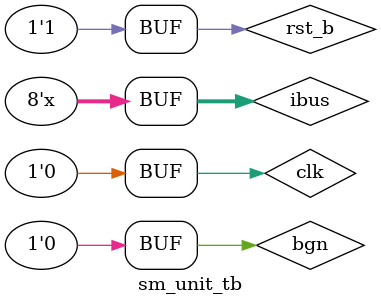
<source format=v>
module sm_unit(input clk, rst_b, bgn,
               input [7:0] ibus,
               output fin,
               output [7:0] obus);
  
  wire [7:0] a, q, m; wire [2:0] c; wire c0, c1, c2, c3, c4, c5, c6;

  reg_a ra(.clk(clk), .rst_b(rst_b), .clr(c0), .sh_r(c3), .ld_sgn(c4), .ld_obus(c5), 
  .ld_sum(c2), .sh_i(1'd0), .sgn(q[0]^m[7]), .sum({1'd0, a[6:0]} + {1'd0, m[6:0]}), .obus(obus), .q(a));

  reg_q rq(.clk(clk), .rst_b(rst_b), .clr_lsb(c4), .ld_ibus(c1), .ld_obus(c6), .sh_r(c3), .sh_i(a[0]),
  .ibus(ibus), .obus(obus), .q(q));

  reg_m rm(.clk(clk), .rst_b(rst_b), .ld_ibus(c0), .ibus(ibus), .q(m));

  cntr #(.w(3)) ct(.clk(clk), .rst_b(rst_b), .c_up(c3), .clr(c0), .q(c));

  ctrl_u cu(.clk(~clk), .rst_b(rst_b), .bgn(bgn), .q_0(q[0]), .cnt_is_7(c == 7), .c0(c0),
  .c1(c1),
  .c2(c2),
  .c3(c3),
  .c4(c4),
  .c5(c5),
  .c6(c6),
  .fin(fin));



endmodule


module sm_unit_tb;

  reg clk, rst_b, bgn;
  reg  [7:0] ibus;
  wire fin;
  wire [7:0] obus;

  sm_unit test (.clk(clk), .rst_b(rst_b), .bgn(bgn),
    .ibus(ibus), .fin(fin), .obus(obus));

  localparam CLK_PERIOD = 100; localparam RUN_CYCLES = 17; localparam RST_PULSE  = 5;

  localparam X = 8'b10010111;   // = -23 * 2^(-7)
  localparam Y = 8'b10000011;   // = -3  * 2^(-7)

  initial begin
    clk = 1'd0;
    repeat (RUN_CYCLES * 2) #(CLK_PERIOD / 2) clk = ~clk;
  end

  initial begin
    rst_b = 1'd0; #(RST_PULSE) rst_b = 1'd1;
  end

  initial begin
    bgn = 1'd1; #(2 * CLK_PERIOD) bgn = 1'd0;
  end

  initial begin
    ibus = X; #(2 * CLK_PERIOD) ibus = Y; #(1 * CLK_PERIOD) ibus = 8'bz;
  end

endmodule

</source>
